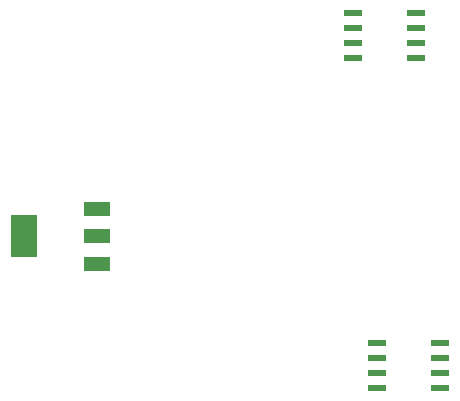
<source format=gbr>
%TF.GenerationSoftware,KiCad,Pcbnew,(2017-03-23 revision 5aa1610)-master*%
%TF.CreationDate,2017-05-13T10:24:10+02:00*%
%TF.ProjectId,aPortableInductionHeater,61506F727461626C65496E6475637469,rev?*%
%TF.FileFunction,Paste,Top*%
%TF.FilePolarity,Positive*%
%FSLAX45Y45*%
G04 Gerber Fmt 4.5, Leading zero omitted, Abs format (unit mm)*
G04 Created by KiCad (PCBNEW (2017-03-23 revision 5aa1610)-master) date 2017 May 13, Saturday 10:24:10*
%MOMM*%
%LPD*%
G01*
G04 APERTURE LIST*
%ADD10C,0.100000*%
%ADD11R,2.235200X1.219200*%
%ADD12R,2.199640X3.599180*%
%ADD13R,1.550000X0.600000*%
G04 APERTURE END LIST*
D10*
D11*
X14508480Y-12296140D03*
X14508480Y-12065000D03*
X14508480Y-11834114D03*
D12*
X13888720Y-12065000D03*
D13*
X16875000Y-12966700D03*
X16875000Y-13093700D03*
X16875000Y-13220700D03*
X16875000Y-13347700D03*
X17415000Y-13347700D03*
X17415000Y-13220700D03*
X17415000Y-13093700D03*
X17415000Y-12966700D03*
X16671800Y-10553700D03*
X16671800Y-10426700D03*
X16671800Y-10299700D03*
X16671800Y-10172700D03*
X17211800Y-10172700D03*
X17211800Y-10299700D03*
X17211800Y-10426700D03*
X17211800Y-10553700D03*
M02*

</source>
